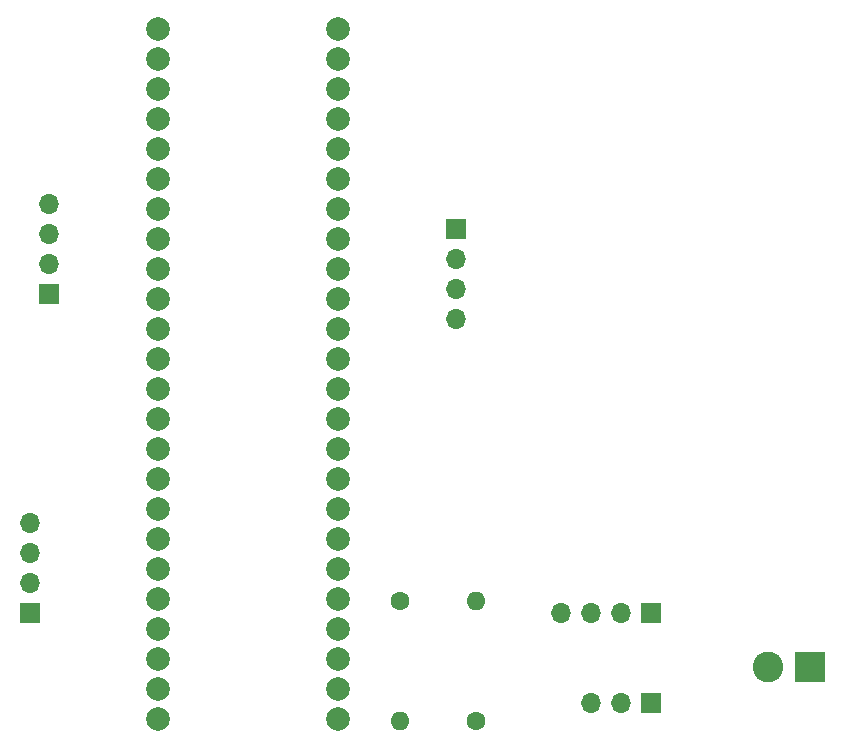
<source format=gbr>
%TF.GenerationSoftware,KiCad,Pcbnew,7.0.7*%
%TF.CreationDate,2023-11-29T00:45:09-05:00*%
%TF.ProjectId,master-board,6d617374-6572-42d6-926f-6172642e6b69,rev?*%
%TF.SameCoordinates,Original*%
%TF.FileFunction,Soldermask,Bot*%
%TF.FilePolarity,Negative*%
%FSLAX46Y46*%
G04 Gerber Fmt 4.6, Leading zero omitted, Abs format (unit mm)*
G04 Created by KiCad (PCBNEW 7.0.7) date 2023-11-29 00:45:09*
%MOMM*%
%LPD*%
G01*
G04 APERTURE LIST*
%ADD10R,1.700000X1.700000*%
%ADD11O,1.700000X1.700000*%
%ADD12C,1.600000*%
%ADD13O,1.600000X1.600000*%
%ADD14C,2.000000*%
%ADD15R,2.600000X2.600000*%
%ADD16C,2.600000*%
G04 APERTURE END LIST*
D10*
%TO.C,J5*%
X116950000Y-113000000D03*
D11*
X116950000Y-110460000D03*
X116950000Y-107920000D03*
X116950000Y-105380000D03*
%TD*%
D12*
%TO.C,R2*%
X148250000Y-112020000D03*
D13*
X148250000Y-122180000D03*
%TD*%
D10*
%TO.C,J2*%
X169500000Y-112980000D03*
D11*
X166960000Y-112980000D03*
X164420000Y-112980000D03*
X161880000Y-112980000D03*
%TD*%
D10*
%TO.C,J6*%
X118550000Y-85990000D03*
D11*
X118550000Y-83450000D03*
X118550000Y-80910000D03*
X118550000Y-78370000D03*
%TD*%
D10*
%TO.C,J3*%
X169500000Y-120600000D03*
D11*
X166960000Y-120600000D03*
X164420000Y-120600000D03*
%TD*%
D10*
%TO.C,J4*%
X153000000Y-80480000D03*
D11*
X153000000Y-83020000D03*
X153000000Y-85560000D03*
X153000000Y-88100000D03*
%TD*%
D14*
%TO.C,Teensy4.1*%
X127760000Y-63580000D03*
X127760000Y-66120000D03*
X127760000Y-68660000D03*
X127760000Y-71200000D03*
X127760000Y-73740000D03*
X127760000Y-76280000D03*
X127760000Y-78820000D03*
X127760000Y-81360000D03*
X127760000Y-83900000D03*
X127760000Y-86440000D03*
X127760000Y-88980000D03*
X127760000Y-91520000D03*
X127760000Y-94060000D03*
X127760000Y-96600000D03*
X127760000Y-99140000D03*
X127760000Y-101680000D03*
X127760000Y-104220000D03*
X127760000Y-106760000D03*
X127760000Y-109300000D03*
X127760000Y-111840000D03*
X127760000Y-114380000D03*
X127760000Y-116920000D03*
X127760000Y-119460000D03*
X127760000Y-122000000D03*
X143000000Y-122000000D03*
X143000000Y-119460000D03*
X143000000Y-116920000D03*
X143000000Y-114380000D03*
X143000000Y-111840000D03*
X143000000Y-109300000D03*
X143000000Y-106760000D03*
X143000000Y-104220000D03*
X143000000Y-101680000D03*
X143000000Y-99140000D03*
X143000000Y-96600000D03*
X143000000Y-94060000D03*
X143000000Y-91520000D03*
X143000000Y-88980000D03*
X143000000Y-86440000D03*
X143000000Y-83900000D03*
X143000000Y-81360000D03*
X143000000Y-78820000D03*
X143000000Y-76280000D03*
X143000000Y-73740000D03*
X143000000Y-71200000D03*
X143000000Y-68660000D03*
X143000000Y-66120000D03*
X143000000Y-63580000D03*
%TD*%
D15*
%TO.C,J1*%
X182950000Y-117555000D03*
D16*
X179450000Y-117555000D03*
%TD*%
D12*
%TO.C,R1*%
X154700000Y-122180000D03*
D13*
X154700000Y-112020000D03*
%TD*%
M02*

</source>
